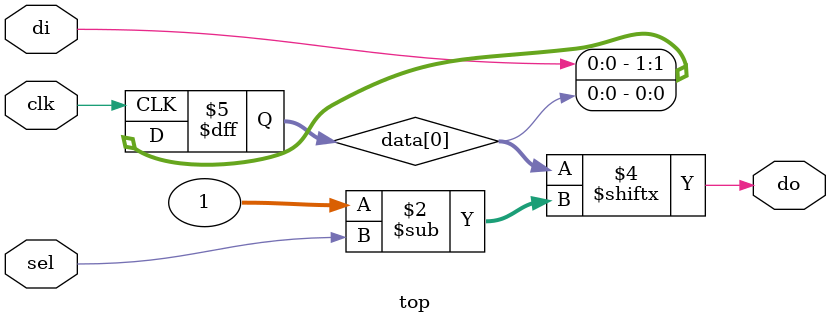
<source format=v>
module top (input clk, sel, di, output do);
        reg [0:1] data [0:0];
        always @(posedge clk)
                data[0] <= {di, data[0][0]};
        assign do = data[0][sel];
endmodule
</source>
